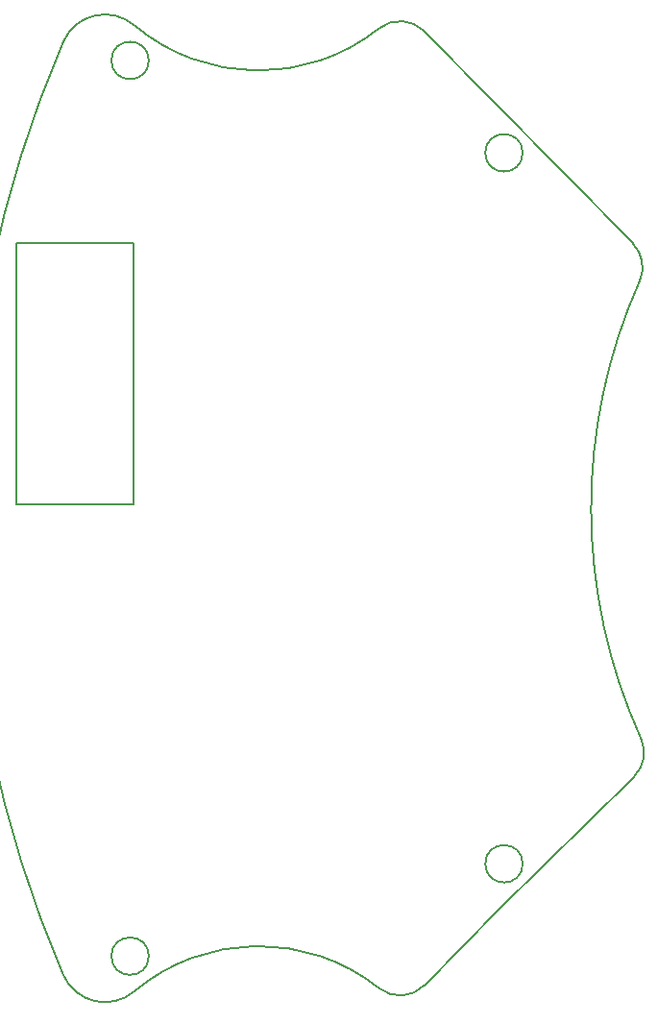
<source format=gbr>
%TF.GenerationSoftware,KiCad,Pcbnew,7.0.9*%
%TF.CreationDate,2025-05-06T13:31:18+09:00*%
%TF.ProjectId,PowerBored,506f7765-7242-46f7-9265-642e6b696361,rev?*%
%TF.SameCoordinates,Original*%
%TF.FileFunction,Profile,NP*%
%FSLAX46Y46*%
G04 Gerber Fmt 4.6, Leading zero omitted, Abs format (unit mm)*
G04 Created by KiCad (PCBNEW 7.0.9) date 2025-05-06 13:31:18*
%MOMM*%
%LPD*%
G01*
G04 APERTURE LIST*
%TA.AperFunction,Profile*%
%ADD10C,0.200000*%
%TD*%
G04 APERTURE END LIST*
D10*
X196524736Y-47296907D02*
G75*
G03*
X196524736Y-47296907I-1650000J0D01*
G01*
X229481495Y-55436649D02*
G75*
G03*
X229481495Y-55436649I-1650000J0D01*
G01*
X220811687Y-44723886D02*
X239187402Y-63428492D01*
X216801077Y-129055660D02*
G75*
G03*
X220811687Y-128812608I1870523J2345560D01*
G01*
X229481495Y-118099845D02*
G75*
G03*
X229481495Y-118099845I-1650000J0D01*
G01*
X239785748Y-66756146D02*
G75*
G03*
X239908005Y-107051390I44727122J-20012104D01*
G01*
X195209060Y-86400000D02*
X195209060Y-63420000D01*
X184890939Y-63420000D02*
X184890939Y-86400000D01*
X239279517Y-110433267D02*
X227469776Y-122035352D01*
X188983283Y-127878923D02*
G75*
G03*
X195237256Y-129354659I3674217J1581223D01*
G01*
X196524736Y-126239587D02*
G75*
G03*
X196524736Y-126239587I-1650000J0D01*
G01*
X195237246Y-44181847D02*
G75*
G03*
X216801102Y-44480864I10964154J12991847D01*
G01*
X188983240Y-45657553D02*
G75*
G03*
X188983238Y-127878942I95529630J-41110697D01*
G01*
X216801092Y-129055642D02*
G75*
G03*
X195237256Y-129354659I-10599692J-13290858D01*
G01*
X184890939Y-86400000D02*
X195209060Y-86400000D01*
X195237309Y-44181772D02*
G75*
G03*
X188983239Y-45657552I-2579809J-3056928D01*
G01*
X239279489Y-110433239D02*
G75*
G03*
X239908005Y-107051390I-2102289J2140039D01*
G01*
X195209060Y-63420000D02*
X184890939Y-63420000D01*
X220811647Y-44723926D02*
G75*
G03*
X216801102Y-44480865I-2140047J-2102274D01*
G01*
X227469776Y-122035352D02*
X220811687Y-128812608D01*
X239785740Y-66756142D02*
G75*
G03*
X239187402Y-63428492I-2738340J1225242D01*
G01*
M02*

</source>
